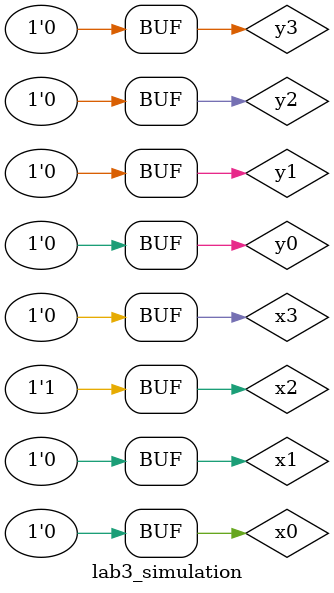
<source format=v>
`timescale 1ns / 1ps



module lab3_simulation(
    
   
    );
    reg x3,x2,x1,x0,y3,y2,y1,y0 ;
    wire AA , AB, BB;
    lab3_source UUT(
    .x3(x3),
    .x2(x2),
    .x1(x1),
    .x0(x0),
    .y3(y3),
    .y2(y2),
    .y1(y1),
    .y0(y0),
    .AA(AA),
    .BB(BB),
    .AB(AB)
    );
    
    initial begin 
    x3=0;                //X3X2X1X0       Y3Y2Y1Y0
    x2=0;
    x1=0;
    x0=0;
    y3=0;
    y2=0;
    y1=0;
    y0=0;
    #10;
    x3=1;                
    x2=0;
    x1=0;
    x0=0;
    y3=0;
    y2=0;
    y1=0;
    y0=0;
    #10;
    x3=0;                
    x2=1;
    x1=0;
    x0=0;
    y3=0;
    y2=0;
    y1=0;
    y0=0;
    
    end
endmodule

</source>
